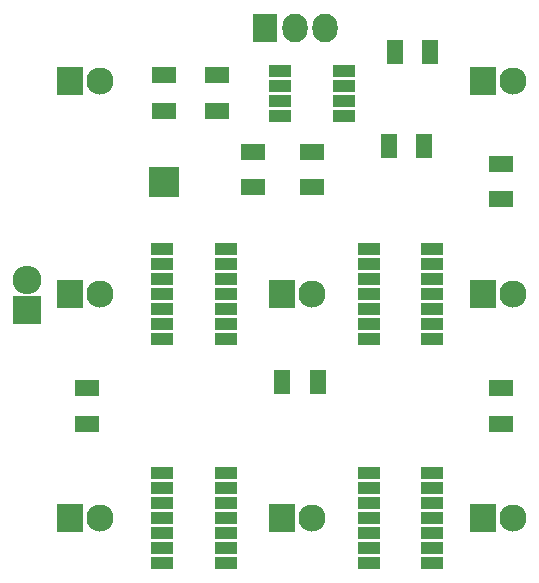
<source format=gbr>
G04 #@! TF.FileFunction,Soldermask,Top*
%FSLAX46Y46*%
G04 Gerber Fmt 4.6, Leading zero omitted, Abs format (unit mm)*
G04 Created by KiCad (PCBNEW 4.0.1-stable) date 2/22/2016 4:26:43 PM*
%MOMM*%
G01*
G04 APERTURE LIST*
%ADD10C,0.100000*%
%ADD11R,2.000000X1.400000*%
%ADD12R,2.300000X2.400000*%
%ADD13C,2.300000*%
%ADD14R,2.635200X2.635200*%
%ADD15R,1.400000X2.000000*%
%ADD16R,1.900000X1.000000*%
%ADD17R,1.950000X1.000000*%
%ADD18R,2.432000X2.432000*%
%ADD19O,2.432000X2.432000*%
%ADD20R,2.127200X2.432000*%
%ADD21O,2.127200X2.432000*%
G04 APERTURE END LIST*
D10*
D11*
X81900000Y-91000000D03*
X81900000Y-88000000D03*
X89400000Y-97500000D03*
X89400000Y-94500000D03*
X94400000Y-97500000D03*
X94400000Y-94500000D03*
X86400000Y-91000000D03*
X86400000Y-88000000D03*
D12*
X73900000Y-106500000D03*
D13*
X76440000Y-106500000D03*
D12*
X91900000Y-106500000D03*
D13*
X94440000Y-106500000D03*
D12*
X73900000Y-88500000D03*
D13*
X76440000Y-88500000D03*
D12*
X108900000Y-88500000D03*
D13*
X111440000Y-88500000D03*
D12*
X108900000Y-106500000D03*
D13*
X111440000Y-106500000D03*
D12*
X108900000Y-125500000D03*
D13*
X111440000Y-125500000D03*
D12*
X73900000Y-125500000D03*
D13*
X76440000Y-125500000D03*
D14*
X81900000Y-97000000D03*
D15*
X101400000Y-86000000D03*
X104400000Y-86000000D03*
X100900000Y-94000000D03*
X103900000Y-94000000D03*
D11*
X110400000Y-95500000D03*
X110400000Y-98500000D03*
D15*
X94900000Y-114000000D03*
X91900000Y-114000000D03*
D11*
X110400000Y-114500000D03*
X110400000Y-117500000D03*
X75400000Y-114500000D03*
X75400000Y-117500000D03*
D12*
X91900000Y-125500000D03*
D13*
X94440000Y-125500000D03*
D16*
X81700000Y-102690000D03*
X81700000Y-103960000D03*
X81700000Y-105230000D03*
X81700000Y-106500000D03*
X81700000Y-107770000D03*
X81700000Y-109040000D03*
X81700000Y-110310000D03*
X87100000Y-110310000D03*
X87100000Y-109040000D03*
X87100000Y-107770000D03*
X87100000Y-106500000D03*
X87100000Y-105230000D03*
X87100000Y-103960000D03*
X87100000Y-102690000D03*
X99200000Y-102690000D03*
X99200000Y-103960000D03*
X99200000Y-105230000D03*
X99200000Y-106500000D03*
X99200000Y-107770000D03*
X99200000Y-109040000D03*
X99200000Y-110310000D03*
X104600000Y-110310000D03*
X104600000Y-109040000D03*
X104600000Y-107770000D03*
X104600000Y-106500000D03*
X104600000Y-105230000D03*
X104600000Y-103960000D03*
X104600000Y-102690000D03*
X81700000Y-121690000D03*
X81700000Y-122960000D03*
X81700000Y-124230000D03*
X81700000Y-125500000D03*
X81700000Y-126770000D03*
X81700000Y-128040000D03*
X81700000Y-129310000D03*
X87100000Y-129310000D03*
X87100000Y-128040000D03*
X87100000Y-126770000D03*
X87100000Y-125500000D03*
X87100000Y-124230000D03*
X87100000Y-122960000D03*
X87100000Y-121690000D03*
X99200000Y-121690000D03*
X99200000Y-122960000D03*
X99200000Y-124230000D03*
X99200000Y-125500000D03*
X99200000Y-126770000D03*
X99200000Y-128040000D03*
X99200000Y-129310000D03*
X104600000Y-129310000D03*
X104600000Y-128040000D03*
X104600000Y-126770000D03*
X104600000Y-125500000D03*
X104600000Y-124230000D03*
X104600000Y-122960000D03*
X104600000Y-121690000D03*
D17*
X91700000Y-87595000D03*
X91700000Y-88865000D03*
X91700000Y-90135000D03*
X91700000Y-91405000D03*
X97100000Y-91405000D03*
X97100000Y-90135000D03*
X97100000Y-88865000D03*
X97100000Y-87595000D03*
D18*
X70300000Y-107900000D03*
D19*
X70300000Y-105360000D03*
D20*
X90400000Y-84000000D03*
D21*
X92940000Y-84000000D03*
X95480000Y-84000000D03*
M02*

</source>
